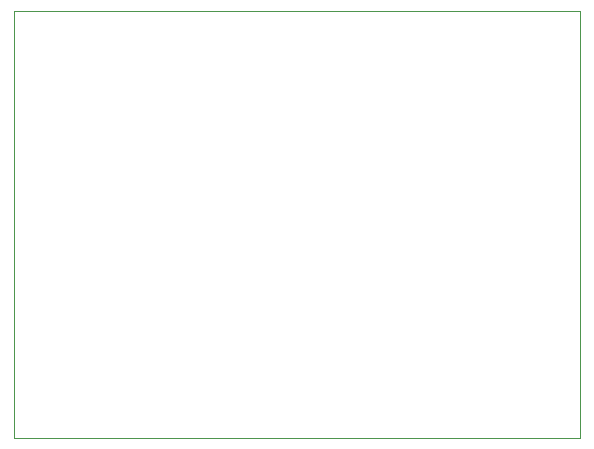
<source format=gbr>
G75*
%MOIN*%
%OFA0B0*%
%FSLAX25Y25*%
%IPPOS*%
%LPD*%
%AMOC8*
5,1,8,0,0,1.08239X$1,22.5*
%
%ADD10C,0.00000*%
D10*
X0018800Y0008800D02*
X0018800Y0151261D01*
X0207501Y0151261D01*
X0207501Y0008800D01*
X0018800Y0008800D01*
M02*

</source>
